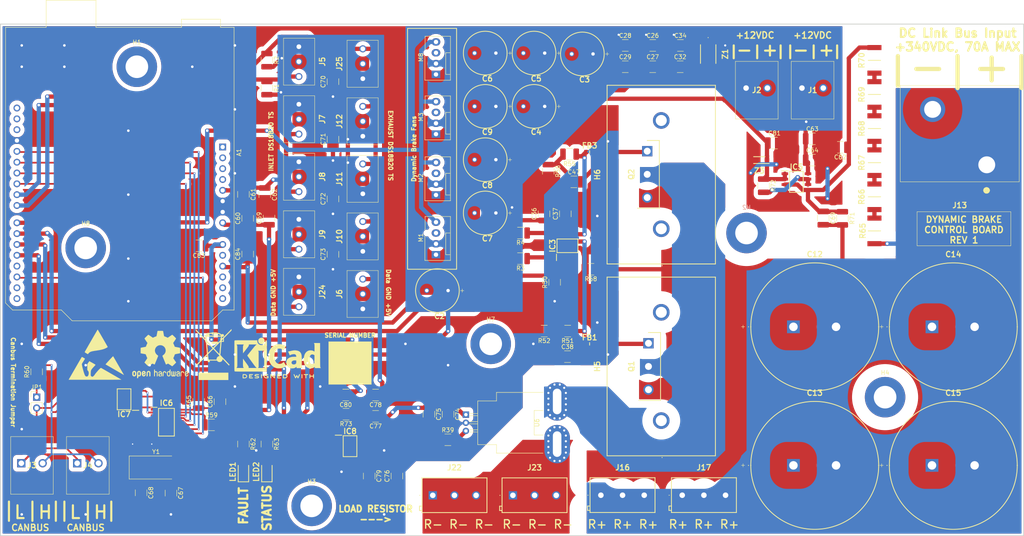
<source format=kicad_pcb>
(kicad_pcb (version 20241229) (generator "pcbnew") (generator_version "9.0")
  (layers (0 "F.Cu" signal) (2 "B.Cu" signal) (13 "F.Paste" user) (15 "B.Paste" user) (5 "F.SilkS" user "F.Silkscreen") (7 "B.SilkS" user "B.Silkscreen") (1 "F.Mask" user) (3 "B.Mask" user) (25 "Edge.Cuts" user))
  (net 0 "")
  (net 2 "CAN_INT")
  (net 5 "GND")
  (net 6 "FAN_PWM")
  (net 7 "StatusLED_0")
  (net 9 "CAN_SI")
  (net 11 "GATE_PWM")
  (net 14 "AMBIENT_TEMPSENSE_1WIRE")
  (net 15 "+5V")
  (net 16 "Arduino_CurrentSense")
  (net 17 "CAN_SO")
  (net 19 "EXHAUST_TEMPSENSE_1WIRE")
  (net 20 "CAN_CS")
  (net 24 "+12V")
  (net 26 "StatusLED_1")
  (net 28 "CAN_SCK")
  (net 30 "GNDPWR")
  (net 31 "DC_LINK_V+")
  (net 32 "Net-(C38-Pad1)")
  (net 33 "Net-(C47-Pad1)")
  (net 34 "Net-(IC6-OSC1)")
  (net 35 "Net-(IC6-OSC2)")
  (net 36 "Net-(IC5-IN1+)")
  (net 37 "Net-(IC8-IN1+)")
  (net 38 "Arduino_VInSense")
  (net 39 "Gate1")
  (net 40 "Gate2")
  (net 41 "Net-(IC3-ENBB)")
  (net 42 "Net-(IC3-ENBA)")
  (net 43 "Net-(IC6-RXCAN)")
  (net 44 "Net-(IC6-TXCAN)")
  (net 51 "Net-(IC6-~{RESET})")
  (net 54 "CanL_External")
  (net 55 "CanH_External")
  (net 57 "Net-(IC8-IN1-)")
  (net 58 "RESISTOR_RETURN")
  (net 59 "Net-(JP1-A)")
  (net 60 "Net-(LED1-A)")
  (net 61 "Net-(LED2-A)")
  (net 66 "Net-(U6-VIOUT)")
  (net 67 "Net-(R65-Pad2)")
  (net 68 "Net-(R66-Pad1)")
  (net 69 "Net-(R67-Pad2)")
  (net 70 "Net-(R68-Pad1)")
  (net 71 "Net-(R69-Pad2)")
  (net 77 "Net-(Q1-G)")
  (net 78 "Net-(Q2-G)")
  (net 80 "Net-(Q1-D)")
  (net 83 "Net-(IC5-IN2-)")
  (footprint "Capacitor_SMD:C_1210_3225Metric_Pad1.33x2.70mm_HandSolder" (layer "F.Cu") (at 116.5 146 -90)
    (property "Reference" "C79")
    (property "Value" "100nF")
  )
  (footprint "InverterCom:RESC6431X65N" (layer "F.Cu") (at 235 64.5 -90)
    (property "Reference" "R68")
    (property "Value" "RC2512JK-071ML" (hide yes))
  )
  (footprint "Capacitor_SMD:C_1210_3225Metric_Pad1.33x2.70mm_HandSolder" (layer "F.Cu") (at 183 45)
    (property "Reference" "C26")
    (property "Value" "10uF")
  )
  (footprint "Resistor_SMD:R_1210_3225Metric_Pad1.30x2.65mm_HandSolder" (layer "F.Cu") (at 209 77.9 -90)
    (property "Reference" "R72")
    (property "Value" "4.7k")
  )
  (footprint "Connector:FanPinHeader_1x04_P2.54mm_Vertical" (layer "F.Cu") (at 132.16 80.08 90)
    (property "Reference" "M2")
    (property "Value" "Fan_4pin")
  )
  (footprint "InverterCom:389690002" (layer "F.Cu") (at 261.35 73 180)
    (property "Reference" "J13")
    (property "Value" "38969-0002" (hide yes))
  )
  (footprint "Capacitor_SMD:C_1210_3225Metric_Pad1.33x2.70mm_HandSolder" (layer "F.Cu") (at 76.5 128.5 90)
    (property "Reference" "C65")
    (property "Value" "100nF")
  )
  (footprint "Capacitor_SMD:C_1210_3225Metric_Pad1.33x2.70mm_HandSolder" (layer "F.Cu") (at 189.5 45)
    (property "Reference" "C34")
    (property "Value" "100nF")
  )
  (footprint "Symbol:OSHW-Logo2_14.6x12mm_SilkScreen" (layer "F.Cu") (at 67.5 117.5)
    (property "Reference" "REF**" (hide yes))
    (property "Value" "OSHW-Logo2_14.6x12mm_SilkScreen" (hide yes))
  )
  (footprint "InverterCom:1987724" (layer "F.Cu") (at 218 55)
    (property "Reference" "J1")
    (property "Value" "1987724" (hide yes))
  )
  (footprint "InverterCom:ALH82A750CB600" (layer "F.Cu") (at 216 111)
    (property "Reference" "C12")
    (property "Value" "ALH82A750CB600" (hide yes))
  )
  (footprint "Capacitor_SMD:C_1210_3225Metric_Pad1.33x2.70mm_HandSolder" (layer "F.Cu") (at 93 85.5 90)
    (property "Reference" "C59")
    (property "Value" "10uF")
  )
  (footprint "Capacitor_SMD:C_1210_3225Metric_Pad1.33x2.70mm_HandSolder" (layer "F.Cu") (at 189.4375 50)
    (property "Reference" "C32")
    (property "Value" "100nF")
  )
  (footprint "InverterCom:67715ABPE" (layer "F.Cu") (at 185 133 90)
    (property "Reference" "H5")
    (property "Value" "677-15ABPE" (hide yes))
  )
  (footprint "InverterCom:SOIC127P600X175-8N" (layer "F.Cu") (at 59 128 180)
    (property "Reference" "IC7")
    (property "Value" "TJA1050T_CM,118" (hide yes))
  )
  (footprint "Capacitor_SMD:C_1210_3225Metric_Pad1.33x2.70mm_HandSolder" (layer "F.Cu") (at 92 80 -90)
    (property "Reference" "C62")
    (property "Value" "10uF")
  )
  (footprint "Resistor_SMD:R_1210_3225Metric_Pad1.30x2.65mm_HandSolder" (layer "F.Cu") (at 38.5 121.55 90)
    (property "Reference" "R60")
    (property "Value" "120")
  )
  (footprint "Capacitor_SMD:C_1210_3225Metric_Pad1.33x2.70mm_HandSolder" (layer "F.Cu") (at 220.4375 66.9)
    (property "Reference" "C63")
    (property "Value" "10uF")
  )
  (footprint "InverterCom:CAPPRD500W60D1025H1750" (layer "F.Cu") (at 146.21 46.8 180)
    (property "Reference" "C6")
    (property "Value" "1000uF" (hide yes))
  )
  (footprint "Resistor_SMD:R_1210_3225Metric_Pad1.30x2.65mm_HandSolder" (layer "F.Cu") (at 168.5 97.5 180)
    (property "Reference" "R58")
    (property "Value" "0")
  )
  (footprint "Connector:FanPinHeader_1x04_P2.54mm_Vertical" (layer "F.Cu") (at 132.16 65.8 90)
    (property "Reference" "M3")
    (property "Value" "Fan_4pin")
  )
  (footprint "Capacitor_SMD:C_1210_3225Metric_Pad1.33x2.70mm_HandSolder" (layer "F.Cu") (at 118 132 180)
    (property "Reference" "C77")
    (property "Value" "100nF")
  )
  (footprint "Capacitor_SMD:C_1210_3225Metric_Pad1.33x2.70mm_HandSolder" (layer "F.Cu") (at 227 68.9 180)
    (property "Reference" "C82")
    (property "Value" "100nF")
  )
  (footprint "Capacitor_SMD:C_1210_3225Metric_Pad1.33x2.70mm_HandSolder" (layer "F.Cu") (at 157.5 84.5 90)
    (property "Reference" "C36")
    (property "Value" "10uF")
  )
  (footprint "Capacitor_SMD:C_1210_3225Metric_Pad1.33x2.70mm_HandSolder" (layer "F.Cu") (at 176.5625 45)
    (property "Reference" "C28")
    (property "Value" "10uF")
  )
  (footprint "Capacitor_SMD:C_1210_3225Metric_Pad1.33x2.70mm_HandSolder" (layer "F.Cu") (at 130.5 131.5 -90)
    (property "Reference" "C75")
    (property "Value" "10uF")
  )
  (footprint "Resistor_SMD:R_1210_3225Metric_Pad1.30x2.65mm_HandSolder" (layer "F.Cu") (at 87 138.5 -90)
    (property "Reference" "R62")
    (property "Value" "220")
  )
  (footprint "Capacitor_SMD:C_1210_3225Metric_Pad1.33x2.70mm_HandSolder" (layer "F.Cu") (at 88 93.9375 90)
    (property "Reference" "C84")
    (property "Value" "100nF")
  )
  (footprint "Resistor_SMD:R_1210_3225Metric_Pad1.30x2.65mm_HandSolder" (layer "F.Cu") (at 227.5 85.55 -90)
    (property "Reference" "R71")
    (property "Value" "120k")
  )
  (footprint "Symbol:WEEE-Logo_8.4x12mm_SilkScreen" (layer "F.Cu") (at 80 117.5)
    (property "Reference" "REF**" (hide yes))
    (property "Value" "WEEE-Logo_8.4x12mm_SilkScreen" (hide yes))
  )
  (footprint "Capacitor_SMD:C_1210_3225Metric_Pad1.33x2.70mm_HandSolder" (layer "F.Cu") (at 163 118)
    (property "Reference" "C38")
    (property "Value" "1nF")
  )
  (footprint "InverterCom:1987724" (layer "F.Cu") (at 48 143)
    (property "Reference" "J4")
    (property "Value" "1987724" (hide yes))
  )
  (footprint "Capacitor_SMD:C_1210_3225Metric_Pad1.33x2.70mm_HandSolder" (layer "F.Cu") (at 108 94 90)
    (property "Reference" "C73")
    (property "Value" "10uF")
  )
  (footprint "InverterCom:SOP65P640X120-20N" (layer "F.Cu") (at 68.938 133.375)
    (property "Reference" "IC6")
    (property "Value" "MCP2515-e_ST" (hide yes))
  )
  (footprint "Resistor_SMD:R_1210_3225Metric_Pad1.30x2.65mm_HandSolder" (layer "F.Cu") (at 160 100.55 90)
    (property "Reference" "R50")
    (property "Value" "4.7k")
  )
  (footprint "InverterCom:TO544P510X1580X2540-3P" (layer "F.Cu") (at 182 114.86 -90)
    (property "Reference" "Q1")
    (property "Value" "STWA75N60M6" (hide yes))
  )
  (footprint "InverterCom:LEDC3216X120N" (layer "F.Cu") (at 87 145 90)
    (property "Reference" "LED1")
    (property "Value" "LTST-C230CKT" (hide yes))
  )
  (footprint "InverterCom:LEDC3216X120N" (layer "F.Cu") (at 92.5 145 90)
    (property "Reference" "LED2")
    (property "Value" "LTST-C230GKT" (hide yes))
  )
  (footprint "InverterCom:5442251" (layer "F.Cu") (at 100 85.8 -90)
    (property "Reference" "J9")
    (property "Value" "5442251" (hide yes))
  )
  (footprint "InverterCom:CAPPRD500W60D1025H1750" (layer "F.Cu") (at 157.66 59.3 180)
    (property "Reference" "C4")
    (property "Value" "1000uF" (hide yes))
  )
  (footprint "Resistor_SMD:R_1210_3225Metric_Pad1.30x2.65mm_HandSolder" (layer "F.Cu") (at 152 89 180)
    (property "Reference" "R4")
    (property "Value" "4.7k")
  )
  (footprint "InverterCom:ALH82A750CB600" (layer "F.Cu") (at 216 143.5)
    (property "Reference" "C13")
    (property "Value" "ALH82A750CB600" (hide yes))
  )
  (footprint "MountingHole:MountingHole_5.3mm_M5_ISO7380_Pad" (layer "F.Cu") (at 237.5 127.5)
    (property "Reference" "H4")
    (property "Value" "MountingHole_Pad")
  )
  (footprint "Capacitor_SMD:C_1210_3225Metric_Pad1.33x2.70mm_HandSolder" (layer "F.Cu") (at 223 85.5 -90)
    (property "Reference" "C69")
    (property "Value" "100nF")
  )
  (footprint "InverterCom:RESC6431X65N" (layer "F.Cu") (at 235 72.5 90)
    (property "Reference" "R67")
    (property "Value" "RC2512JK-071ML" (hide yes))
  )
  (footprint "Resistor_SMD:R_1210_3225Metric_Pad1.30x2.65mm_HandSolder" (layer "F.Cu") (at 152 95 180)
    (property "Reference" "R3")
    (property "Value" "4.7k")
  )
  (footprint "MountingHole:MountingHole_5.3mm_M5_ISO7380_Pad" (layer "F.Cu") (at 62 50)
    (property "Reference" "H1")
    (property "Value" "MountingHole_Pad")
  )
  (footprint "InverterCom:1SMB2EZ15_R1_00001" (layer "F.Cu") (at 196 47.025 -90)
    (property "Reference" "Z1")
    (property "Value" "1SMB2EZ15_R1_00001" (hide yes))
  )
  (footprint "Capacitor_SMD:C_1210_3225Metric_Pad1.33x2.70mm_HandSolder" (layer "F.Cu") (at 135 131.5 -90)
    (property "Reference" "C74")
    (property "Value" "100nF")
  )
  (footprint "Resistor_SMD:R_1210_3225Metric_Pad1.30x2.65mm_HandSolder" (layer "F.Cu") (at 92.5 48.45 -90)
    (property "Reference" "R2")
    (property "Value" "4.7k")
  )
  (footprint "InverterCom:ALH82A750CB600" (layer "F.Cu") (at 248.5 143.5)
    (property "Reference" "C15")
    (property "Value" "ALH82A750CB600" (hide yes))
  )
  (footprint "Capacitor_SMD:C_1210_3225Metric_Pad1.33x2.70mm_HandSolder" (layer "F.Cu") (at 123 146 90)
    (property "Reference" "C76")
    (property "Value" "470pF")
  )
  (footprint "InverterCom:5442251" (layer "F.Cu") (at 100 45.3 -90)
    (property "Reference" "J5")
    (property "Value" "5442251" (hide yes))
  )
  (footprint "Crystal:Crystal_SMD_7050-2Pin_7.0x5.0mm_HandSoldering" (layer "F.Cu") (at 66.5 144)
    (property "Reference" "Y1")
    (property "Value" "8MHz")
  )
  (footprint "InverterCom:1987724" (layer "F.Cu") (at 204.9 55)
    (property "Reference" "J2")
    (property "Value" "1987724" (hide yes))
  )
  (footprint "InverterCom:5442251" (layer "F.Cu") (at 115 66.3 90)
    (property "Reference" "J12")
    (property "Value" "5442251" (hide yes))
  )
  (footprint "InverterCom:5442251" (layer "F.Cu") (at 115 52.8 90)
    (property "Reference" "J25")
    (property "Value" "5442251" (hide yes))
  )
  (footprint "Connector_PinHeader_2.54mm:PinHeader_1x02_P2.54mm_Vertical" (layer "F.Cu") (at 38.5 127.5)
    (property "Reference" "JP1")
    (property "Value" "Jumper_2_Open")
  )
  (footprint "InverterCom:RESC6431X65N" (layer "F.Cu") (at 235 88.5 90)
    (property "Reference" "R65")
    (property "Value" "RC2512JK-071ML" (hide yes))
  )
  (footprint "InverterCom:SOD3716X135N" (layer "F.Cu") (at 208 71.9 180)
    (property "Reference" "Z3")
    (property "Value" "MMSZ5231B-TP" (hide yes))
  )
  (footprint "Capacitor_SMD:C_1210_3225Metric_Pad1.33x2.70mm_HandSolder" (layer "F.Cu") (at 108 67 90)
    (property "Reference" "C71")
    (property "Value" "10uF")
  )
  (footprint "InverterCom:CAPPRD500W60D1025H1750" (layer "F.Cu") (at 146.21 59.3 180)
    (property "Reference" "C9")
    (property "Value" "1000uF" (hide yes))
  )
  (footprint "Capacitor_SMD:C_1210_3225Metric_Pad1.33x2.70mm_HandSolder" (layer "F.Cu") (at 108 53.5 90)
    (property "Reference" "C70")
    (property "Value" "100nF")
  )
  (footprint "InverterCom:BEADC1608X100N" (layer "F.Cu") (at 168.2 70)
    (property "Reference" "FB3")
    (property "Value" "FBMJ1608HS220NTR" (hide yes))
  )
  (footprint "InverterCom:RESC6431X65N" (layer "F.Cu") (at 235 56.5 90)
    (property "Reference" "R69")
    (property "Value" "RC2512JK-071ML" (hide yes))
  )
  (footprint "InverterCom:5442251" (layer "F.Cu") (at 100 58.8 -90)
    (property "Reference" "J7")
    (property "Value" "5442251" (hide yes))
  )
  (footprint "InverterCom:SOIC127P600X175-8N" (layer "F.Cu") (at 216.7025 76.995)
    (property "Reference" "IC5")
    (property "Value" "LM358DR" (hide yes))
  )
  (footprint "Resistor_SMD:R_1210_3225Metric_Pad1.30x2.65mm_HandSolder" (layer "F.Cu") (at 134.95 137.5)
    (property "Reference" "R39")
    (property "Value" "4.7k")
  )
  (footprint "Resistor_SMD:R_1210_3225Metric_Pad1.30x2.65mm_HandSolder" (layer "F.Cu") (at 157.55 112 180)
    (property "Reference" "R52")
    (property "Value" "1")
  )
  (footprint "InverterCom:5442251" (layer "F.Cu") (at 100 99.3 -90)
    (property "Reference" "J24")
    (property "Value" "5442251" (hide yes))
  )
  (footprint "InverterCom:CAPPRD500W60D1025H1750" (layer "F.Cu") (at 157.66 46.8 180)
    (property "Reference" "C5")
    (property "Value" "1000uF" (hide yes))
  )
  (footprint "InverterCom:5442251" (layer "F.Cu") (at 115 106.8 90)
    (property "Reference" "J6")
    (property "Value" "5442251" (hide yes))
  )
  (footprint "Capacitor_SMD:C_1210_3225Metric_Pad1.33x2.70mm_HandSolder" (layer "F.Cu") (at 220.4375 71.9)
    (property "Reference" "C64")
    (property "Value" "100nF")
  )
  (footprint "InverterCom:CAPPRD500W60D1025H1750" (layer "F.Cu") (at 146.21 71.8 180)
    (property "Reference" "C8")
    (property "Value" "1000uF" (hide yes))
  )
  (footprint "InverterCom:Arduino_UNO_R3_ModifiedCourtyard" (layer "F.Cu") (at 82.13 68.825 -90)
    (property "Reference" "A1")
    (property "Value" "Arduino_UNO_R3")
  )
  (footprint "Capacitor_SMD:C_1210_3225Metric_Pad1.33x2.70mm_HandSolder" (layer "F.Cu") (at 211.5625 67.9)
    (property "Reference" "C81")
    (property "Value" "100nF")
  )
  (footprint "Symbol:ESD-Logo_13.2x12mm_SilkScreen" (layer "F.Cu") (at 52.5 117.5)
    (property "Reference" "REF**" (hide yes))
    (property "Value" "ESD-Logo_13.2x12mm_SilkScreen" (hide yes))
  )
  (footprint "Resistor_SMD:R_1210_3225Metric_Pad1.30x2.65mm_HandSolder" (layer "F.Cu") (at 79.5 134)
    (property "Reference" "R59")
    (property "Value" "4.7k")
  )
  (footprint "MountingHole:MountingHole_5.3mm_M5_ISO7380_Pad" (layer "F.Cu") (at 205 89)
    (property "Reference" "H2")
    (property "Value" "MountingHole_Pad")
  )
  (footprint "InverterCom:5442251" (layer "F.Cu") (at 100 72.3 -90)
    (property "Reference" "J8")
    (property "Value" "5442251" (hide yes))
  )
  (footprint "Capacitor_SMD:C_1210_3225Metric_Pad1.33x2.70mm_HandSolder" (layer "F.Cu") (at 87 79.9375 -90)
    (property "Reference" "C61")
    (property "Value" "100nF")
  )
  (footprint "Resistor_SMD:R_1210_3225Metric_Pad1.30x2.65mm_HandSolder" (layer "F.Cu") (at 163.5 70.5 180)
    (property "Reference" "R55")
    (property "Value" "10k")
  )
  (footprint "Resistor_SMD:R_1210_3225Metric_Pad1.30x2.65mm_HandSolder" (layer "F.Cu") (at 111.0625 131.5 180)
    (property "Reference" "R73")
    (property "Value" "4.7k")
  )
  (footprint "Capacitor_SMD:C_1210_3225Metric_Pad1.33x2.70mm_HandSolder" (layer "F.Cu") (at 176.5625 50)
    (property "Reference" "C29")
    (property "Value" "10uF")
  )
  (footprint "Capacitor_SMD:C_1210_3225Metric_Pad1.33x2.70mm_HandSolder" (layer "F.Cu") (at 76.5625 92 180)
    (property "Reference" "C83")
    (property "Value" "100nF")
  )
  (footprint "Connector:FanPinHeader_1x04_P2.54mm_Vertical" (layer "F.Cu") (at 132.16 51.8 90)
    (property "Reference" "M8")
    (property "Value" "Fan_4pin")
  )
  (footprint "InverterCom:5442251" (layer "F.Cu") (at 115 93.3 90)
    (property "Reference" "J10")
    (property "Value" "5442251" (hide yes))
  )
  (footprint "InverterCom:1548129" (layer "F.Cu") (at 131.41 150.525)
    (property "Reference" "J22")
    (property "Value" "1548129" (hide yes))
  )
  (footprint "InverterCom:CAPPRD500W60D1025H1750" (layer "F.Cu") (at 169 47 180)
    (property "Reference" "C3")
    (property "Value" "1000uF" (hide yes))
  )
  (footprint "Resistor_SMD:R_1210_3225Metric_Pad1.30x2.65mm_HandSolder" (layer "F.Cu") (at 92.5 55 -90)
    (property "Reference" "R1")
    (property "Value" "4.7k")
  )
  (footprint "InverterCom:ALH82A750CB600" (layer "F.Cu") (at 248.5 111)
    (property "Reference" "C14")
    (property "Value" "ALH82A750CB600" (hide yes))
  )
  (footprint "MountingHole:MountingHole_5.3mm_M5_ISO7380_Pad" (layer "F.Cu") (at 50 92.5)
    (property "Reference" "H8")
    (property "Value" "MountingHole_Pad")
  )
  (footprint "InverterCom:RESC6431X65N" (layer "F.Cu") (at 235 80.5 -90)
    (property "Reference" "R66")
    (property "Value" "RC2512JK-071ML" (hide yes))
  )
  (footprint "Capacitor_SMD:C_1210_3225Metric_Pad1.33x2.70mm_HandSolder" (layer "F.Cu") (at 162.5 84.5 90)
    (property "Reference" "C37")
    (property "Value" "100nF")
  )
  (footprint "InverterCom:5442251" (layer "F.Cu") (at 115 79.8 90)
    (property "Reference" "J11")
    (property "Value" "5442251" (hide yes))
  )
  (footprint "Capacitor_SMD:C_1210_3225Metric_Pad1.33x2.70mm_HandSolder" (layer "F.Cu") (at 81.5 128.5625 90)
    (property "Reference" "C66")
    (property "Value" "10uF")
  )
  (footprint "Capacitor_SMD:C_1210_3225Metric_Pad1.33x2.70mm_HandSolder" (layer "F.Cu") (at 183 50)
    (property "Reference" "C27")
    (property "Value" "10uF")
  )
  (footprint "InverterCom:1987724" (layer "F.Cu") (at 34.9 143)
    (property "Reference" "J3")
    (property "Value" "1987724" (hide yes))
  )
  (footprint "Capacitor_SMD:C_1210_3225Metric_Pad1.33x2.70mm_HandSolder" (layer "F.Cu") (at 108 81 90)
    (property "Reference" "C72")
    (property "Value" "100nF")
  )
  (footprint "Resistor_SMD:R_1210_3225Metric_Pad1.30x2.65mm_HandSolder" (layer "F.Cu") (at 92.5 138.5 -90)
    (property "Reference" "R63")
    (property "Value" "220")
  )
  (footprint "Capacitor_SMD:C_1210_3225Metric_Pad1.33x2.70mm_HandSolder" (layer "F.Cu") (at 118 127 180)
    (property "Reference" "C78")
    (property "Value" "10uF")
  )
  (footprint "Capacitor_SMD:C_1210_3225Metric_Pad1.33x2.70mm_HandSolder" (layer "F.Cu") (at 164.5 77)
    (property "Reference" "C47")
    (property "Value" "1nF")
  )
  (footprint "InverterCom:1548129" (layer "F.Cu") (at 150.205 150.525)
    (property "Reference" "J23")
    (property "Value" "1548129" (hide yes))
  )
  (footprint "InverterCom:RESC6431X65N" (layer "F.Cu") (at 235 48.5 -90)
    (property "Reference" "R70")
    (property "Value" "RC2512JK-071ML" (hide yes))
  )
  (footprint "Capacitor_SMD:C_1210_3225Metric_Pad1.33x2.70mm_HandSolder" (layer "F.Cu") (at 111 127 180)
    (property "Reference" "C80")
    (property "Value" "100nF")
  )
  (footprint "MountingHole:MountingHole_5.3mm_M5_ISO7380_Pad" (layer "F.Cu") (at 145 115)
    (property "Reference" "H7")
    (property "Value" "MountingHole_Pad")
  )
  (footprint "InverterCom:CAPPRD500W60D1025H1750" (layer "F.Cu") (at 135 102.5 180)
    (property "Reference" "C2")
    (property "Value" "1000uF" (hide yes))
  )
  (footprint "InverterCom:1548129" (layer "F.Cu") (at 189.92 150.5)
    (property "Reference" "J17")
    (property "Value" "1548129" (hide yes))
  )
  (footprint "Capacitor_SMD:C_1210_3225Metric_Pad1.33x2.70mm_HandSolder" (layer "F.Cu") (at 70 150 -90)
    (property "Reference" "C67")
    (property "Value" "22pF")
  )
  (footprint "Capacitor_SMD:C_1210_3225Metric_Pad1.33x2.70mm_HandSolder" (layer "F.Cu") (at 63 149.9375 -90)
    (property "Reference" "C68")
    (property "Value" "22pF")
  )
  (footprint "InverterCom:TO544P510X1580X2540-3P" (layer "F.Cu") (at 181.71 69.8 -90)
    (property "Reference" "Q2")
    (property "Value" "STWA75N60M6" (hide yes))
  )
  (footprint "Resistor_SMD:R_1210_3225Metric_Pad1.30x2.65mm_HandSolder" (layer "F.Cu") (at 158.5 74.5 -90)
    (property "Reference" "R56")
    (property "Value" "1")
  )
  (footprint "Resistor_SMD:R_1210_3225Metric_Pad1.30x2.65mm_HandSolder" (layer "F.Cu") (at 163.05 112 180)
    (property "Reference" "R51")
    (property "Value" "10k")
  )
  (footprint "InverterCom:67715ABPE" (layer "F.Cu") (at 185 88 90)
    (property "Reference" "H6")
    (property "Value" "677-15ABPE" (hide yes))
  )
  (footprint "Connector:FanPinHeader_1x04_P2.54mm_Vertical" (layer "F.Cu") (at 132.16 94.08 90)
    (property "Reference" "M1")
    (property "Value" "Fan_4pin")
  )
  (footprint "InverterCom:SOIC127P600X175-8N" (layer "F.Cu") (at 163 92 90)
    (property "Reference" "IC3")
    (property "Value" "UCC27424QDRQ1" (hide yes))
  )
  (footprint "Symbol:KiCad-Logo2_8mm_SilkScreen" (layer "F.Cu") (at 95 117.5)
    (property "Reference" "REF**" (hide yes))
    (property "Value" "KiCad-Logo2_8mm_SilkScreen" (hide yes))
  )
  (footprint "MountingHole:MountingHole_5.3mm_M5_ISO7380_Pad" (layer "F.Cu") (at 103 153)
    (property "Reference" "H3")
    (property "Value" "MountingHole_Pad")
  )
  (footprint "InverterCom:BEADC1608X100N" (layer "F.Cu") (at 168.2 115)
    (property "Reference" "FB1")
    (property "Value" "FBMJ1608HS220NTR" (hide yes))
  )
  (footprint "Capacitor_SMD:C_1210_3225Metric_Pad1.33x2.70mm_HandSolder" (layer "F.Cu") (at 88 85.5625 90)
    (property "Reference" "C60")
    (property "Value" "100nF")
  )
  (footprint "InverterCom:1548129" (layer "F.Cu") (at 170.84 150.5)
    (property "Reference" "J16")
    (property "Value" "1548129" (hide yes))
  )
  (footprint "InverterCom:SOIC127P600X175-8N" (layer "F.Cu") (at 112 139)
    (property "Reference" "IC8")
    (property "Value" "LM358DR" (hide yes))
  )
  (footprint "Sensor_Current:Allegro_CB_PFF" (layer "F.Cu") (at 139.175 131.6 -90)
    (property "Reference" "U6")
    (property "Value" "ACS758xCB-200U-PFF")
  )
  (footprint "InverterCom:CAPPRD500W60D1025H1750" (layer "F.Cu") (at 146.21 84.3 180)
    (property "Reference" "C7")
    (property "Value" "1000uF" (hide yes))
  )
  (gr_line (start 207.5 45) (end 207.5 48) (stroke (width 0.5)) (layer "F.SilkS"))
  (gr_line (start 202 45) (end 202 48) (stroke (width 0.5)) (layer "F.SilkS"))
  (gr_line (start 37.5 152) (end 37.5 156.5) (stroke (width 0.5)) (layer "F.SilkS"))
  (gr_line (start 50.5 152) (end 50.5 156.5) (stroke (width 0.5)) (layer "F.SilkS"))
  (gr_line (start 215.25 45) (end 215.25 48) (stroke (width 0.5)) (layer "F.SilkS"))
  (gr_line (start 45 152) (end 45 156.5) (stroke (width 0.5)) (layer "F.SilkS"))
  (gr_line (start 220.75 45) (end 220.75 48) (stroke (width 0.5)) (layer "F.SilkS"))
  (gr_line (start 269.5 47.5) (end 269.5 55) (stroke (width 1)) (layer "F.SilkS"))
  (gr_line (start 43 152) (end 43 156.5) (stroke (width 0.5)) (layer "F.SilkS"))
  (gr_line (start 254.5 47.5) (end 254.5 55) (stroke (width 1)) (layer "F.SilkS"))
  (gr_line (start 56 152) (end 56 156.5) (stroke (width 0.5)) (layer "F.SilkS"))
  (gr_rect (start 107 114.5) (end 117 124.5) (stroke (width 0.1)) (fill yes) (layer "F.SilkS"))
  (gr_line (start 213 45) (end 213 48) (stroke (width 0.5)) (layer "F.SilkS"))
  (gr_line (start 240.5 47.5) (end 240.5 54.4) (stroke (width 1)) (layer "F.SilkS"))
  (gr_line (start 226.25 45) (end 226.25 48) (stroke (width 0.5)) (layer "F.SilkS"))
  (gr_line (start 32 152) (end 32 156.5) (stroke (width 0.5)) (layer "F.SilkS"))
  (gr_rect (start 30 40) (end 270 160) (stroke (width 0.2)) (fill no) (layer "Edge.Cuts"))
  (gr_text "SERIAL NUMBER" (at 112 113 0) (layer "F.SilkS") (effects (font (size 1 1) (thickness 0.25) (bold yes))))
  (gr_text "CANBUS" (at 50 159 0) (layer "F.SilkS") (effects (font (size 1.5 1.5) (thickness 0.3) (bold yes)) (justify bottom)))
  (gr_text "Data GND +5V" (at 94 103 90) (layer "F.SilkS") (effects (font (size 1 1) (thickness 0.25) (bold yes))))
  (gr_text "-\n" (at 247.5 50 0) (layer "F.SilkS") (effects (font (size 7 7) (thickness 1))))
  (gr_text "R+ R+ R+" (at 195 158.5 0) (layer "F.SilkS") (effects (font (size 2 2) (thickness 0.3) (bold yes)) (justify bottom)))
  (gr_text "R- R- R-" (at 137.5 158.5 0) (layer "F.SilkS") (effects (font (size 2 2) (thickness 0.3) (bold yes)) (justify bottom)))
  (gr_text "L" (at 47.5 154.5 0) (layer "F.SilkS") (effects (font (size 3 3) (thickness 0.5) (bold yes))))
  (gr_text "CANBUS" (at 37 159 0) (layer "F.SilkS") (effects (font (size 1.5 1.5) (thickness 0.3) (bold yes)) (justify bottom)))
  (gr_text "+" (at 210.5 46 0) (layer "F.SilkS") (effects (font (size 3 3) (thickness 0.5) (bold yes))))
  (gr_text "+12VDC" (at 220.5 43.5 0) (layer "F.SilkS") (effects (font (size 1.5 1.5) (thickness 0.3) (bold yes)) (justify bottom)))
  (gr_text "R+ R+ R+" (at 176 158.5 0) (layer "F.SilkS") (effects (font (size 2 2) (thickness 0.3) (bold yes)) (justify bottom)))
  (gr_text "FAULT" (at 87 153 90) (layer "F.SilkS") (effects (font (size 2 2) (thickness 0.5) (bold yes))))
  (gr_text "+12VDC" (at 207 43.5 0) (layer "F.SilkS") (effects (font (size 1.5 1.5) (thickness 0.3) (bold yes)) (justify bottom)))
  (gr_text "STATUS" (at 92.5 153.5 90) (layer "F.SilkS") (effects (font (size 2 2) (thickness 0.5) (bold yes))))
  (gr_text "H" (at 40.5 154.5 0) (layer "F.SilkS") (effects (font (size 3 3) (thickness 0.5) (bold yes))))
  (gr_text "EXHAUST DS18B20 TS" (at 121.5 68.5 270) (layer "F.SilkS") (effects (font (size 1 1) (thickness 0.25) (bold yes))))
  (gr_text "Canbus Termination Jumper" (at 33 124 270) (layer "F.SilkS") (effects (font (size 1 1) (thickness 0.25) (bold yes))))
  (gr_text "DC Link Bus Input\n+340VDC, 70A MAX" (at 254.5 46.5 0) (layer "F.SilkS") (effects (font (size 2 2) (thickness 0.5) (bold yes)) (justify bottom)))
  (gr_text "H" (at 53.5 154.5 0) (layer "F.SilkS") (effects (font (size 3 3) (thickness 0.5) (bold yes))))
  (gr_text "Data GND +5V" (at 121 103 270) (layer "F.SilkS") (effects (font (size 1 1) (thickness 0.25) (bold yes))))
  (gr_text "L" (at 34.5 154.5 0) (layer "F.SilkS") (effects (font (size 3 3) (thickness 0.5) (bold yes))))
  (gr_text "LOAD RESISTOR\n--->" (at 118 157 0) (layer "F.SilkS") (effects (font (size 1.5 1.5) (thickness 0.375) (bold yes)) (justify bottom)))
  (gr_text "+" (at 223.75 46 0) (layer "F.SilkS") (effects (font (size 3 3) (thickness 0.5) (bold yes))))
  (gr_text "-\n" (at 204.5 46 0) (layer "F.SilkS") (effects (font (size 3 3) (thickness 0.5) (bold yes))))
  (gr_text "-\n" (at 217.75 46 0) (layer "F.SilkS") (effects (font (size 3 3) (thickness 0.5) (bold yes))))
  (gr_text "+" (at 262.5 50 0) (layer "F.SilkS") (effects (font (size 7 7) (thickness 1))))
  (gr_text "R- R- R-" (at 156 158.5 0) (layer "F.SilkS") (effects (font (size 2 2) (thickness 0.3) (bold yes)) (justify bottom)))
  (gr_text "INLET DS18B20 TS" (at 93.5 67.5 90) (layer "F.SilkS") (effects (font (size 1 1) (thickness 0.25) (bold yes))))
  (gr_text_box "Dynamic Brake Fans" (start 125.5 41) (end 137 97.5) (margins 1.0025 1.0025 1.0025 1.0025) (angle 90) (layer "F.SilkS") (effects (font (size 1 1) (thickness 0.25) (bold yes)) (justify top)) (border yes) (stroke (width 0.2)))
  (gr_text_box "DYNAMIC BRAKE CONTROL BOARD\nREV 1" (start 245 84) (end 267 92) (margins 1.0025 1.0025 1.0025 1.0025) (layer "F.SilkS") (effects (font (size 1.5 1.5) (thickness 0.3) (bold yes)) (justify top)) (border yes) (stroke (width 0.1)))
  (segment (start 71.876 135) (end 73 135) (width 0.4) (layer "F.Cu") (net 2))
  (segment (start 73 135) (end 74 136) (width 0.4) (layer "F.Cu") (net 2))
  (segment (start 77.5 99.5) (end 34.065 99.5) (width 0.4) (layer "F.Cu") (net 2))
  (segment (start 34.065 99.5) (end 33.87 99.305) (width 0.4) (layer "F.Cu") (net 2))
  (segment (start 74 136) (end 77.5 136) (width 0.4) (layer "F.Cu") (net 2))
  (via (at 77.5 99.5) (size 0.5) (drill 0.3) (layers "F.Cu" "B.Cu") (net 2))
  (via (at 77.5 136) (size 0.5) (drill 0.3) (layers "F.Cu" "B.Cu") (net 2))
  (segment (start 77.5 111.5) (end 77.5 99.5) (width 0.4) (layer "B.Cu") (net 2))
  (segment (start 77.5 123) (end 77.5 111.5) (width 0.4) (layer "B.Cu") (net 2))
  (segment (start 77.5 136) (end 77.5 123) (width 0.4) (layer "B.Cu") (net 2))
  (segment (start 225 72.9) (end 224 73.9) (width 1) (layer "F.Cu") (net 5))
  (segment (start 59.635 128.635) (end 59.5 128.5) (width 0.4) (layer "F.Cu") (net 5))
  (segment (start 164 92.5) (end 166 92.5) (width 1) (layer "F.Cu") (net 5))
  (segment (start 206 74.9) (end 206 76.9) (width 1) (layer "F.Cu") (net 5))
  (segment (start 163.635 94.711) (end 163.635 92.865) (width 1) (layer "F.Cu") (net 5))
  (segment (start 66 136.3) (end 66 137.5) (width 0.4) (layer "F.Cu") (net 5))
  (segment (start 61.711 128.635) (end 59.635 128.635) (width 0.4) (layer "F.Cu") (net 5))
  (segment (start 166.95 93.45) (end 166.95 97.5) (width 1) (layer "F.Cu") (net 5))
  (segment (start 213 71.9) (end 212 72.9) (width 1) (layer "F.Cu") (net 5))
  (segment (start 166 92.5) (end 166.95 93.45) (width 1) (layer "F.Cu") (net 5))
  (segment (start 224 80.9) (end 226 80.9) (width 1) (layer "F.Cu") (net 5))
  (segment (start 163.635 92.865) (end 164 92.5) (width 1) (layer "F.Cu") (net 5))
  (via (at 65 120) (size 1) (drill 0.6) (layers "F.Cu" "B.Cu") (net 5))
  (via (at 61 138.5) (size 0.5) (drill 0.3) (layers "F.Cu" "B.Cu") (net 5))
  (via (at 75 50) (size 1) (drill 0.6) (layers "F.Cu" "B.Cu") (net 5))
  (via (at 120 140) (size 1) (drill 0.6) (layers "F.Cu" "B.Cu") (net 5))
  (via (at 135 120) (size 1) (drill 0.6) (layers "F.Cu" "B.Cu") (net 5))
  (via (at 60 65) (size 1) (drill 0.6) (layers "F.Cu" "B.Cu") (net 5))
  (via (at 60 95) (size 1) (drill 0.6) (layers "F.Cu" "B.Cu") (net 5))
  (via (at 224 73.9) (size 1) (drill 0.5) (layers "F.Cu" "B.Cu") (net 5))
  (via (at 50 120) (size 1) (drill 0.6) (layers "F.Cu" "B.Cu") (net 5))
  (via (at 172.5 67.5) (size 1) (drill 0.6) (layers "F.Cu" "B.Cu") (net 5))
  (via (at 45 45) (size 1) (drill 0.6) (layers "F.Cu" "B.Cu") (net 5))
  (via (at 60 80) (size 1) (drill 0.6) (layers "F.Cu" "B.Cu") (net 5))
  (via (at 50 155) (size 1) (drill 0.6) (layers "F.Cu" "B.Cu") (net 5))
  (via (at 65.5 138.5) (size 0.5) (drill 0.3) (layers "F.Cu" "B.Cu") (net 5))
  (via (at 85 125) (size 1) (drill 0.6) (layers "F.Cu" "B.Cu") (net 5))
  (via (at 172.5 117.5) (size 1) (drill 0.6) (layers "F.Cu" "B.Cu") (net 5))
  (via (at 45 50) (size 1) (drill 0.6) (layers "F.Cu" "B.Cu") (net 5))
  (via (at 60 105) (size 1) (drill 0.6) (layers "F.Cu" "B.Cu") (net 5))
  (via (at 90 140) (size 1) (drill 0.6) (layers "F.Cu" "B.Cu") (net 5))
  (via (at 212 72.9) (size 1) (drill 0.5) (layers "F.Cu" "B.Cu") (net 5))
  (via (at 70 155) (size 1) (drill 0.6) (layers "F.Cu" "B.Cu") (net 5))
  (via (at 35 50) (size 1) (drill 0.6) (layers "F.Cu" "B.Cu") (net 5))
  (via (at 170 110) (size 1) (drill 0.6) (layers "F.Cu" "B.Cu") (net 5))
  (via (at 125 115) (size 1) (drill 0.6) (layers "F.Cu" "B.Cu") (net 5))
  (via (at 85 60) (size 1) (drill 0.6) (layers "F.Cu" "B.Cu") (net 5))
  (via (at 85 45) (size 1) (drill 0.6) (layers "F.Cu" "B.Cu") (net 5))
  (via (at 155 115) (size 1) (drill 0.6) (layers "F.Cu" "B.Cu") (net 5))
  (via (at 160 105) (size 1) (drill 0.6) (layers "F.Cu" "B.Cu") (net 5))
  (via (at 224 80.9) (size 1) (drill 0.5) (layers "F.Cu" "B.Cu") (net 5))
  (via (at 35 135) (size 1) (drill 0.6) (layers "F.Cu" "B.Cu") (net 5))
  (via (at 35 155) (size 1) (drill 0.6) (layers "F.Cu" "B.Cu") (net 5))
  (via (at 85 117.5) (size 1) (drill 0.6) (layers "F.Cu" "B.Cu") (net 5))
  (via (at 170 85) (size 1) (drill 0.6) (layers "F.Cu" "B.Cu") (net 5))
  (via (at 120 155) (size 1) (drill 0.6) (layers "F.Cu" "B.Cu") (net 5))
  (via (at 35 115) (size 1) (drill 0.6) (layers "F.Cu" "B.Cu") (net 5))
  (via (at 105 125) (size 1) (drill 0.6) (layers "F.Cu" "B.Cu") (net 5))
  (via (at 110 145) (size 1) (drill 0.6) (layers "F.Cu" "B.Cu") (net 5))
  (via (at 85 75) (size 1) (drill 0.6) (layers "F.Cu" "B.Cu") (net 5))
  (via (at 206 74.9) (size 1) (drill 0.5) (layers "F.Cu" "B.Cu") (net 5))
  (via (at 35 45) (size 1) (drill 0.6) (layers "F.Cu" "B.Cu") (net 5))
  (segment (start 65.5 138.5) (end 61 138.5) (width 0.4) (layer "B.Cu") (net 5))
  (segment (start 212 72.9) (end 208 72.9) (width 1) (layer "B.Cu") (net 5))
  (segment (start 208 72.9) (end 206 74.9) (width 1) (layer "B.Cu") (net 5))
  (segment (start 224 73.9) (end 224 80.9) (width 1) (layer "B.Cu") (net 5))
  (segment (start 33.87 86.605) (end 44.1325 86.605) (width 1) (layer "F.Cu") (net 6))
  (segment (start 56.5 86.5) (end 78.5 86.5) (width 1) (layer "F.Cu") (net 6))
  (segment (start 55 85) (end 56.5 86.5) (width 1) (layer "F.Cu") (net 6))
  (segment (start 78.5 65) (end 92.5 65) (width 1) (layer "F.Cu") (net 6))
  (segment (start 45.7375 85) (end 55 85) (width 1) (layer "F.Cu") (net 6))
  (segment (start 44.1325 86.605) (end 45.7375 85) (width 1) (layer "F.Cu") (net 6))
  (via (at 92.5 65) (size 1) (drill 0.6) (layers "F.Cu" "B.Cu") (net 6))
  (via (at 78.5 86.5) (size 1) (drill 0.6) (layers "F.Cu" "B.Cu") (net 6))
  (via (at 78.5 65) (size 1) (drill 0.6) (layers "F.Cu" "B.Cu") (net 6))
  (segment (start 130.700108 44.18) (end 132.16 44.18) (width 1) (layer "B.Cu") (net 6))
  (segment (start 128.699 82.999) (end 132.16 86.46) (width 1) (layer "B.Cu") (net 6))
  (segment (start 129.159 72.46) (end 128.699 72) (width 1) (layer "B.Cu") (net 6))
  (segment (start 128.699 72) (end 128.699 82.999) (width 1) (layer "B.Cu") (net 6))
  (segment (start 97.5 69.5) (end 128.699 69.5) (width 1) (layer "B.Cu") (net 6))
  (segment (start 93 65) (end 97.5 69.5) (width 1) (layer "B.Cu") (net 6))
  (segment (start 132.16 58.18) (end 128.879 58.18) (width 1) (layer "B.Cu") (net 6))
  (segment (start 128.699 69.5) (end 128.699 72) (width 1) (layer "B.Cu") (net 6))
  (segment (start 128.879 58.18) (end 128.699 58) (width 1) (layer "B.Cu") (net 6))
  (segment (start 132.16 72.46) (end 129.159 72.46) (width 1) (layer "B.Cu") (net 6))
  (segment (start 128.699 58) (end 128.699 46.181108) (width 1) (layer "B.Cu") (net 6))
  (segment (start 128.699 69.5) (end 128.699 58) (width 1) (layer "B.Cu") (net 6))
  (segment (start 78.5 86.5) (end 78.5 65) (width 1) (layer "B.Cu") (net 6))
  (segment (start 128.699 46.181108) (end 130.700108 44.18) (width 1) (layer "B.Cu") (net 6))
  (segment (start 92.5 65) (end 93 65) (width 1) (layer "B.Cu") (net 6))
  (segment (start 38.725 94.225) (end 39 94.5) (width 1) (layer "F.Cu") (net 7))
  (segment (start 96.372018 121) (end 75.5 121) (width 1) (layer "F.Cu") (net 7))
  (segment (start 75.5 121) (end 69.5 115) (width 1) (layer "F.Cu") (net 7))
  (segment (start 96.5 132.5) (end 95 134) (width 1) (layer "F.Cu") (net 7))
  (segment (start 95 134) (end 89.95 134) (width 1) (layer "F.Cu") (net 7))
  (segment (start 69.5 115) (end 39 115) (width 1) (layer "F.Cu") (net 7))
  (segment (start 33.87 94.225) (end 38.725 94.225) (width 1) (layer "F.Cu") (net 7))
  (segment (start 96.5 130) (end 96.5 132.5) (width 1) (layer "F.Cu") (net 7))
  (segment (start 96.5 120.872018) (end 96.372018 121) (width 1) (layer "F.Cu") (net 7))
  (segment (start 89.95 134) (end 87 136.95) (width 1) (layer "F.Cu") (net 7))
  (via (at 96.5 120.872018) (size 1) (drill 0.5) (layers "F.Cu" "B.Cu") (net 7))
  (via (at 39 94.5) (size 1) (drill 0.5) (layers "F.Cu" "B.Cu") (net 7))
  (via (at 96.5 130) (size 1) (drill 0.5) (layers "F.Cu" "B.Cu") (net 7))
  (via (at 39 115) (size 1) (drill 0.5) (layers "F.Cu" "B.Cu") (net 7))
  (segment (start 39 94.5) (end 39 115) (width 1) (layer "B.Cu") (net 7))
  (segment (start 96.5 120.872018) (end 96.5 130) (width 1) (layer "B.Cu") (net 7))
  (segment (start 72.779404 133.05) (end 73.729404 134) (width 0.4) (layer "F.Cu") (net 9))
  (segment (start 71.876 133.05) (end 72.779404 133.05) (width 0.4) (layer "F.Cu") (net 9))
  (segment (start 73.729404 134) (end 75.5 134) (width 0.4) (layer "F.Cu") (net 9))
  (segment (start 33.945 75) (end 33.87 74.925) (width 0.4) (layer "F.Cu") (net 9))
  (segment (start 75.5 75) (end 33.945 75) (width 0.4) (layer "F.Cu") (net 9))
  (via (at 75.5 75) (size 0.5) (drill 0.3) (layers "F.Cu" "B.Cu") (net 9))
  (via (at 75.5 134) (size 0.5) (drill 0.3) (layers "F.Cu" "B.Cu") (net 9))
  (segment (start 75.5 134) (end 75.5 123) (width 0.4) (layer "B.Cu") (net 9))
  (segment (start 75.5 123) (end 75.5 91) (width 0.4) (layer "B.Cu") (net 9))
  (segment (start 75.5 91) (end 75.5 75) (width 0.4) (layer "B.Cu") (net 9))
  (segment (start 141 107) (end 128 107) (width 1) (layer "F.Cu") (net 11))
  (segment (start 89 112) (end 42 112) (width 1) (layer "F.Cu") (net 11))
  (segment (start 164.905 97.095) (end 164 98) (width 1) (layer "F.Cu") (net 11))
  (segment (start 146 99) (end 144 101) (width 1) (layer "F.Cu") (net 11))
  (segment (start 144 104) (end 141 107) (width 1) (layer "F.Cu") (net 11))
  (segment (start 40.855 89.145) (end 41 89) (width 1) (layer "F.Cu") (net 11))
  (segment (start 164 98) (end 163 99) (width 1) (layer "F.Cu") (net 11))
  (segment (start 164.905 94.711) (end 164.905 97.095) (width 1) (layer "F.Cu") (net 11))
  (segment (start 162.365 94.711) (end 162.365 98.635) (width 1) (layer "F.Cu") (net 11))
  (segment (start 163 99) (end 162 99) (width 1) (layer "F.Cu") (net 11))
  (segment (start 144 101) (end 144 102) (width 1) (layer "F.Cu") (net 11))
  (segment (start 162.365 98.635) (end 162 99) (width 1) (layer "F.Cu") (net 11))
  (segment (start 33.87 89.145) (end 40.855 89.145) (width 1) (layer "F.Cu") (net 11))
  (segment (start 144 102) (end 144 104) (width 1) (layer "F.Cu") (net 11))
  (segment (start 123 112) (end 89 112) (width 1) (layer "F.Cu") (net 11))
  (segment (start 128 107) (end 123 112) (width 1) (layer "F.Cu") (net 11))
  (segment (start 162 99) (end 146 99) (width 1) (layer "F.Cu") (net 11))
  (via (at 42 112) (size 1) (drill 0.6) (layers "F.Cu" "B.Cu") (net 11))
  (via (at 41 89) (size 1) (drill 0.6) (layers "F.Cu" "B.Cu") (net 11))
  (segment (start 42 90) (end 41 89) (width 1) (layer "B.Cu") (net 11))
  (segment (start 42 112) (end 42 90) (width 1) (layer "B.Cu") (net 11))
  (segment (start 97 53) (end 98 54) (width 1) (layer "F.Cu") (net 14))
  (segment (start 98.2 65.8) (end 97 67) (width 1) (layer "F.Cu") (net 14))
  (segment (start 97.7 79.3) (end 97 80) (width 1) (layer "F.Cu") (net 14))
  (segment (start 100 92.8) (end 97.2 92.8) (width 1) (layer "F.Cu") (net 14))
  (segment (start 97.7 52.3) (end 97 53) (width 1) (layer "F.Cu") (net 14))
  (segment (start 98 57) (end 97 58) (width 1) (layer "F.Cu") (net 14))
  (segment (start 100 79.3) (end 97.7 79.3) (width 1) (layer "F.Cu") (net 14))
  (segment (start 97.7 106.3) (end 100 106.3) (width 1) (layer "F.Cu") (net 14))
  (segment (start 100 65.8) (end 98.2 65.8) (width 1) (layer "F.Cu") (net 14))
  (segment (start 89 53) (end 83 59) (width 1) (layer "F.Cu") (net 14))
  (segment (start 83 59) (end 39 59) (width 1) (layer "F.Cu") (net 14))
  (segment (start 97 58) (end 97 107) (width 1) (layer "F.Cu") (net 14))
  (segment (start 97.2 92.8) (end 97 93) (width 1) (layer "F.Cu") (net 14))
  (segment (start 97 53) (end 89 53) (width 1) (layer "F.Cu") (net 14))
  (segment (start 97 107) (end 97.7 106.3) (width 1) (layer "F.Cu") (net 14))
  (segment (start 98 54) (end 98 57) (width 1) (layer "F.Cu") (net 14))
  (segment (start 100 52.3) (end 97.7 52.3) (width 1) (layer "F.Cu") (net 14))
  (via (at 39 59) (size 1) (drill 0.6) (layers "F.Cu" "B.Cu") (net 14))
  (segment (start 39 59) (end 39 77) (width 1) (layer "B.Cu") (net 14))
  (segment (start 39 77) (end 35.995 80.005) (width 1) (layer "B.Cu") (net 14))
  (segment (start 35.995 80.005) (end 33.87 80.005) (width 1) (layer "B.Cu") (net 14))
  (segment (start 76.5 130.0625) (end 81.4375 130.0625) (width 0.4) (layer "F.Cu") (net 15))
  (segment (start 108 68.5625) (end 108 72) (width 1) (layer "F.Cu") (net 15))
  (segment (start 121 132) (end 122 131) (width 1) (layer "F.Cu") (net 15))
  (segment (start 69.135 127.365) (end 61.711 127.365) (width 0.4) (layer "F.Cu") (net 15))
  (segment (start 84 79) (end 83 79) (width 1) (layer "F.Cu") (net 15))
  (segment (start 119.5625 127) (end 119.5625 132.2435) (width 1) (layer "F.Cu") (net 15))
  (segment (start 93 130.5) (end 81.875 130.5) (width 1) (layer "F.Cu") (net 15))
  (segment (start 92 78.4375) (end 92.0625 78.4375) (width 1) (layer "F.Cu") (net 15))
  (segment (start 119.5625 132) (end 121 132) (width 1) (layer "F.Cu") (net 15))
  (segment (start 71.876 130.106) (end 69.135 127.365) (width 0.4) (layer "F.Cu") (net 15))
  (segment (start 87 78.375) (end 91.9375 78.375) (width 1) (layer "F.Cu") (net 15))
  (segment (start 81.875 130.5) (end 81.5 130.125) (width 1) (layer "F.Cu") (net 15))
  (segment (start 81.5 130.5) (end 81.05 130.95) (width 0.4) (layer "F.Cu") (net 15))
  (segment (start 92.5 50) (end 94 50) (width 1) (layer "F.Cu") (net 15))
  (segment (start 119.5625 124.0625) (end 119 123.5) (width 1) (layer "F.Cu") (net 15))
  (segment (start 139.175 131.6) (end 138.6 131.6) (width 1) (layer "F.Cu") (net 15))
  (segment (start 111.5 67) (end 111.5 72.5) (width 1) (layer "F.Cu") (net 15))
  (segment (start 81.4375 130.0625) (end 81.5 130.125) (width 0.4) (layer "F.Cu") (net 15))
  (segment (start 81.05 130.95) (end 81.05 134.5) (width 0.4) (layer "F.Cu") (net 15))
  (segment (start 87 78.375) (end 84.625 78.375) (width 1) (layer "F.Cu") (net 15))
  (segment (start 108 82.5625) (end 108 84.5) (width 1) (layer "F.Cu") (net 15))
  (segment (start 136.9375 129.9375) (end 130.5 129.9375) (width 1) (layer "F.Cu") (net 15))
  (segment (start 130.4375 130) (end 130.5 129.9375) (width 1) (layer "F.Cu") (net 15))
  (segment (start 71.876 130.45) (end 71.876 130.106) (width 0.4) (layer "F.Cu") (net 15))
  (segment (start 119.5625 132.2435) (end 114.711 137.095) (width 1) (layer "F.Cu") (net 15))
  (segment (start 81.5 130.125) (end 81.5 130.5) (width 0.4) (layer "F.Cu") (net 15))
  (segment (start 138.6 131.6) (end 136.9375 129.9375) (width 1) (layer "F.Cu") (net 15))
  (segment (start 91.9375 78.375) (end 92 78.4375) (width 1) (layer "F.Cu") (net 15))
  (segment (start 83 79) (end 82.985 78.985) (width 1) (layer "F.Cu") (net 15))
  (segment (start 82.985 78.985) (end 82.13 78.985) (width 1) (layer "F.Cu") (net 15))
  (segment (start 108 55.0625) (end 108 57) (width 1) (layer "F.Cu") (net 15))
  (segment (start 71.876 130.45) (end 76.1125 130.45) (width 0.4) (layer "F.Cu") (net 15))
  (segment (start 92.5 56.55) (end 95.25 56.55) (width 1) (layer "F.Cu") (net 15))
  (segment (start 108 95.5625) (end 108 97.5) (width 1) (layer "F.Cu") (net 15))
  (segment (start 95.25 56.55) (end 95.8 56) (width 1) (layer "F.Cu") (net 15))
  (segment (start 119.5625 127) (end 119.5625 124.0625) (width 1) (layer "F.Cu") (net 15))
  (segment (start 76.1125 130.45) (end 76.5 130.0625) (width 0.4) (layer "F.Cu") (net 15))
  (segment (start 128 130) (end 130.4375 130) (width 1) (layer "F.Cu") (net 15))
  (segment (start 92.0625 78.4375) (end 94 76.5) (width 1) (layer "F.Cu") (net 15))
  (segment (start 94 50) (end 96 48) (width 1) (layer "F.Cu") (net 15))
  (segment (start 84.625 78.375) (end 84 79) (width 1) (layer "F.Cu") (net 15))
  (via (at 108 57) (size 1) (drill 0.6) (layers "F.Cu" "B.Cu") (net 15))
  (via (at 128 130) (size 1) (drill 0.6) (layers "F.Cu" "B.Cu") (net 15))
  (via (at 111.5 67) (size 1) (drill 0.6) (layers "F.Cu" "B.Cu") (net 15))
  (via (at 94 76.5) (size 1) (drill 0.6) (layers "F.Cu" "B.Cu") (net 15))
  (via (at 95.8 56) (size 1) (drill 0.6) (layers "F.Cu" "B.Cu") (net 15))
  (via (at 111.5 72.5) (size 1) (drill 0.6) (layers "F.Cu" "B.Cu") (net 15))
  (via (at 119 123.5) (size 1) (drill 0.5) (layers "F.Cu" "B.Cu") (net 15))
  (via (at 93 130.5) (size 1) (drill 0.6) (layers "F.Cu" "B.Cu") (net 15))
  (via (at 108 84.5) (size 1) (drill 0.6) (layers "F.Cu" "B.Cu") (net 15))
  (via (at 122 131) (size 1) (drill 0.6) (layers "F.Cu" "B.Cu") (net 15))
  (via (at 96 48) (size 1) (drill 0.6) (layers "F.Cu" "B.Cu") (net 15))
  (via (at 108 97.5) (size 1) (drill 0.6) (layers "F.Cu" "B.Cu") (net 15))
  (via (at 108 72) (size 1) (drill 0.6) (layers "F.Cu" "B.Cu") (net 15))
  (segment (start 95.5 108.5) (end 95.5 118.5) (width 1) (layer "B.Cu") (net 15))
  (segment (start 122 131) (end 123 130) (width 1) (layer "B.Cu") (net 15))
  (segment (start 102.5 108.5) (end 95.5 108.5) (width 1) (layer "B.Cu") (net 15))
  (segment (start 94 76.5) (end 95.8 76.5) (width 1) (layer "B.Cu") (net 15))
  (segment (start 93 121) (end 93 130.5) (width 1) (layer "B.Cu") (net 15))
  (segment (start 115 106.8) (end 104.2 106.8) (width 1) (layer "B.Cu") (net 15))
  (segment (start 95.8 76.5) (end 100 72.3) (width 1) (layer "B.Cu") (net 15))
  (segment (start 123 130) (end 128 130) (width 1) (layer "B.Cu") (net 15))
  (segment (start 104.2 106.8) (end 102.5 108.5) (width 1) (layer "B.Cu") (net 15))
  (segment (start 115 66.3) (end 112.2 66.3) (width 1) (layer "B.Cu") (net 15))
  (segment (start 95.5 118.5) (end 93 121) (width 1) (layer "B.Cu") (net 15))
  (segment (start 119 123.5) (end 119 108) (width 1) (layer "B.Cu") (net 15))
  (segment (start 112.2 66.3) (end 111.5 67) (width 1) (layer "B.Cu") (net 15))
  (segment (start 112.6125 137.5365) (end 114.711 139.635) (width 1) (layer "F.Cu") (net 16))
  (segment (start 112.5625 131.45) (end 112.6125 131.5) (width 1) (layer "F.Cu") (net 16))
  (segment (start 112.6125 131.5) (end 112.6125 137.5365) (width 1) (layer "F.Cu") (net 16))
  (segment (start 114.5 126) (end 113.5625 126) (width 1) (layer "F.Cu") (net 16))
  (segment (start 81.815 92) (end 82.13 91.685) (width 1) (layer "F.Cu") (net 16))
  (segment (start 113.5625 126) (end 112.5625 127) (width 1) (layer "F.Cu") (net 16))
  (segment (start 112.5 114) (end 79.5 114) (width 1) (layer "F.Cu") (net 16))
  (segment (start 78.125 92) (end 81.815 92) (width 1) (layer "F.Cu") (net 16))
  (segment (start 112.5625 127) (end 112.5625 131.45) (width 1) (layer "F.Cu") (net 16))
  (via (at 114.5 126) (size 1) (drill 0.5) (layers "F.Cu" "B.Cu") (net 16))
  (via (at 79.5 114) (size 1) (drill 0.5) (layers "F.Cu" "B.Cu") (net 16))
  (via (at 112.5 114) (size 1) (drill 0.5) (layers "F.Cu" "B.Cu") (net 16))
  (segment (start 80.315 91.685) (end 82.13 91.685) (width 1) (layer "B.Cu") (net 16))
  (segment (start 114.5 126) (end 112.5 124) (width 1) (layer "B.Cu") (net 16))
  (segment (start 79.5 114) (end 79.5 92.5) (width 1) (layer "B.Cu") (net 16))
  (segment (start 112.5 124) (end 112.5 114) (width 1) (layer "B.Cu") (net 16))
  (segment (start 79.5 92.5) (end 80.315 91.685) (width 1) (layer "B.Cu") (net 16))
  (segment (start 74.5 133) (end 73.579346 133) (width 0.4) (layer "F.Cu") (net 17))
  (segment (start 72.979346 132.4) (end 71.876 132.4) (width 0.4) (layer "F.Cu") (net 17))
  (segment (start 73.579346 133) (end 72.979346 132.4) (width 0.4) (layer "F.Cu") (net 17))
  (segment (start 33.985 72.5) (end 33.87 72.385) (width 0.4) (layer "F.Cu") (net 17))
  (segment (start 74.5 72.5) (end 33.985 72.5) (width 0.4) (layer "F.Cu") (net 17))
  (via (at 74.5 72.5) (size 0.5) (drill 0.3) (layers "F.Cu" "B.Cu") (net 17))
  (via (at 74.5 133) (size 0.5) (drill 0.3) (layers "F.Cu" "B.Cu") (net 17))
  (segment (start 74.5 133) (end 74.5 123) (width 0.4) (layer "B.Cu") (net 17))
  (segment (start 74.5 123) (end 74.5 72.5) (width 0.4) (layer "B.Cu") (net 17))
  (segment (start 115 86.3) (end 116.7 86.3) (width 1) (layer "F.Cu") (net 19))
  (segment (start 116.7 86.3) (end 118 85) (width 1) (layer "F.Cu") (net 19))
  (segment (start 94 45) (end 82 57) (width 1) (layer "F.Cu") (net 19))
  (segment (start 117.2 72.8) (end 118 72) (width 1) (layer "F.Cu") (net 19))
  (segment (start 104.8 45.8) (end 102 43) (width 1) (layer "F.Cu") (net 19))
  (segment (start 117.2 45.8) (end 118 45) (width 1) (layer "F.Cu") (net 19))
  (segment (start 82 57) (end 41 57) (width 1) (layer "F.Cu") (net 19))
  (segment (start 115 45.8) (end 104.8 45.8) (width 1) (layer "F.Cu") (net 19))
  (segment (start 117.2 99.8) (end 118 99) (width 1) (layer "F.Cu") (net 19))
  (segment (start 115 72.8) (end 117.2 72.8) (width 1) (layer "F.Cu") (net 19))
  (segment (start 115 59.3) (end 116.7 59.3) (width 1) (layer "F.Cu") (net 19))
  (segment (start 102 43) (end 96 43) (width 1) (layer "F.Cu") (net 19))
  (segment (start 115 99.8) (end 117.2 99.8) (width 1) (layer "F.Cu") (net 19))
  (segment (start 96 43) (end 94 45) (width 1) (layer "F.Cu") (net 19))
  (segment (start 116.7 59.3) (end 118 58) (width 1) (layer "F.Cu") (net 19))
  (segment (start 115 45.8) (end 117.2 45.8) (width 1) (layer "F.Cu") (net 19))
  (segment (start 118 99) (end 118 45) (width 1) (layer "F.Cu") (net 19))
  (via (at 41 57) (size 1) (drill 0.6) (layers "F.Cu" "B.Cu") (net 19))
  (segment (start 41 78) (end 36.455 82.545) (width 1) (layer "B.Cu") (net 19))
  (segment (start 41 57) (end 41 78) (width 1) (layer "B.Cu") (net 19))
  (segment (start 36.455 82.545) (end 33.87 82.545) (width 1) (layer "B.Cu") (net 19))
  (segment (start 73.25 131.75) (end 73.5 132) (width 0.4) (layer "F.Cu") (net 20))
  (segment (start 73.5 77.5) (end 73.465 77.465) (width 0.4) (layer "F.Cu") (net 20))
  (segment (start 71.876 131.75) (end 73.25 131.75) (width 0.4) (layer "F.Cu") (net 20))
  (segment (start 73.465 77.465) (end 33.87 77.465) (width 0.4) (layer "F.Cu") (net 20))
  (via (at 73.5 132) (size 0.5) (drill 0.3) (layers "F.Cu" "B.Cu") (net 20))
  (via (at 73.5 77.5) (size 0.5) (drill 0.3) (layers "F.Cu" "B.Cu") (net 20))
  (segment (start 73.5 123) (end 73.5 77.5) (width 0.4) (layer "B.Cu") (net 20))
  (segment (start 73.5 132) (end 73.5 123) (width 0.4) (layer "B.Cu") (net 20))
  (segment (start 187.875 50) (end 187.875 45.0625) (width 1) (layer "F.Cu") (net 24))
  (segment (start 175 45) (end 175 42.5) (width 1) (layer "F.Cu") (net 24))
  (segment (start 187.9375 45) (end 187.9375 42.5) (width 1) (layer "F.Cu") (net 24))
  (segment (start 150.45 86) (end 150.45 83.45) (width 1) (layer "F.Cu") (net 24))
  (segment (start 175 49.25) (end 175 45) (width 1) (layer "F.Cu") (net 24))
  (segment (start 218.875 63.025) (end 219 62.9) (width 1) (layer "F.Cu") (net 24))
  (segment (start 196 45) (end 200 45) (width 1) (layer "F.Cu") (net 24))
  (segment (start 162.4375 86) (end 150.45 86) (width 1) (layer "F.Cu") (net 24))
  (segment (start 187.875 45.0625) (end 187.9375 45) (width 1) (layer "F.Cu") (net 24))
  (segment (start 219.4135 72.4385) (end 218.875 71.9) (width 1) (layer "F.Cu") (net 24))
  (segment (start 93 90.5) (end 93 87.0625) (width 1) (layer "F.Cu") (net 24))
  (segment (start 135 112) (end 129.5 117.5) (width 1) (layer "F.Cu") (net 24))
  (segment (start 150.45 95) (end 150.45 86) (width 1) (layer "F.Cu") (net 24))
  (segment (start 181.4375 45) (end 181.4375 42.5) (width 1) (layer "F.Cu") (net 24))
  (segment (start 218.875 71.9) (end 218.875 63.025) (width 1) (layer "F.Cu") (net 24))
  (segment (start 93 87.0625) (end 82.5875 87.0625) (width 1) (layer "F.Cu") (net 24))
  (segment (start 219.4135 75.09) (end 219.4135 72.4385) (width 1) (layer "F.Cu") (net 24))
  (segment (start 150.45 83.45) (end 150 83) (width 1) (layer "F.Cu") (net 24))
  (segment (start 129.5 117.5) (end 93 117.5) (width 1) (layer "F.Cu") (net 24))
  (segment (start 163.635 89.289) (end 163.635 87.1975) (width 1) (layer "F.Cu") (net 24))
  (segment (start 181.4375 49.25) (end 181.4375 45) (width 1) (layer "F.Cu") (net 24))
  (segment (start 82.5875 87.0625) (end 82.13 86.605) (width 1) (layer "F.Cu") (net 24))
  (segment (start 163.635 87.1975) (end 162.4375 86) (width 1) (layer "F.Cu") (net 24))
  (via (at 175 42.5) (size 1) (drill 0.5) (layers "F.Cu" "B.Cu") (net 24))
  (via (at 150 83) (size 1) (drill 0.6) (layers "F.Cu" "B.Cu") (net 24))
  (via (at 93 117.5) (size 1) (drill 0.5) (layers "F.Cu" "B.Cu") (net 24))
  (via (at 93 90.5) (size 1) (drill 0.5) (layers "F.Cu" "B.Cu") (net 24))
  (via (at 219 62.9) (size 1) (drill 0.6) (layers "F.Cu" "B.Cu") (net 24))
  (via (at 187.9375 42.5) (size 1) (drill 0.5) (layers "F.Cu" "B.Cu") (net 24))
  (via (at 181.4375 42.5) (size 1) (drill 0.5) (layers "F.Cu" "B.Cu") (net 24))
  (via (at 135 112) (size 1) (drill 0.5) (layers "F.Cu" "B.Cu") (net 24))
  (via (at 200 45) (size 1) (drill 0.5) (layers "F.Cu" "B.Cu") (net 24))
  (segment (start 93 117.5) (end 93 90.5) (width 1) (layer "B.Cu") (net 24))
  (segment (start 135 102.5) (end 135 112) (width 1) (layer "B.Cu") (net 24))
  (segment (start 135 112) (end 135 110) (width 1) (layer "B.Cu") (net 24))
  (segment (start 102 130.5) (end 95.55 136.95) (width 1) (layer "F.Cu") (net 26))
  (segment (start 40.185 91.685) (end 40.5 92) (width 1) (layer "F.Cu") (net 26))
  (segment (start 70.5 113.5) (end 40.5 113.5) (width 1) (layer "F.Cu") (net 26))
  (segment (start 76.5 119.5) (end 70.5 113.5) (width 1) (layer "F.Cu") (net 26))
  (segment (start 102 130) (end 102 130.5) (width 1) (layer "F.Cu") (net 26))
  (segment (start 33.87 91.685) (end 40.185 91.685) (width 1) (layer "F.Cu") (net 26))
  (segment (start 102 119.498549) (end 101.998549 119.5) (width 1) (layer "F.Cu") (net 26))
  (segment (start 95.55 136.95) (end 92.5 136.95) (width 1) (layer "F.Cu") (net 26))
  (segment (start 101.998549 119.5) (end 76.5 119.5) (width 1) (layer "F.Cu") (net 26))
  (via (at 102 119.498549) (size 1) (drill 0.5) (layers "F.Cu" "B.Cu") (net 26))
  (via (at 102 130) (size 1) (drill 0.5) (layers "F.Cu" "B.Cu") (net 26))
  (via (at 40.5 113.5) (size 1) (drill 0.5) (layers "F.Cu" "B.Cu") (net 26))
  (via (at 40.5 92) (size 1) (drill 0.5) (layers "F.Cu" "B.Cu") (net 26))
  (segment (start 102 119.498549) (end 102 130) (width 1) (layer "B.Cu") (net 26))
  (segment (start 40.5 92) (end 40.5 113.5) (width 1) (layer "B.Cu") (net 26))
  (segment (start 71.876 134.35) (end 73.229462 134.35) (width 0.4) (layer "F.Cu") (net 28))
  (segment (start 76.5 70) (end 34.025 70) (width 0.4) (layer "F.Cu") (net 28))
  (segment (start 73.229462 134.35) (end 73.879462 135) (width 0.4) (layer "F.Cu") (net 28))
  (segment (start 34.025 70) (end 33.87 69.845) (width 0.4) (layer "F.Cu") (net 28))
  (segment (start 73.879462 135) (end 76.5 135) (width 0.4) (layer "F.Cu") (net 28))
  (via (at 76.5 135) (size 0.5) (drill 0.3) (layers "F.Cu" "B.Cu") (net 28))
  (via (at 76.5 70) (size 0.5) (drill 0.3) (layers "F.Cu" "B.Cu") (net 28))
  (segment (start 76.5 135) (end 76.5 123) (width 0.4) (layer "B.Cu") (net 28))
  (segment (start 76.5 92) (end 76.5 70) (width 0.4) (layer "B.Cu") (net 28))
  (segment (start 76.5 123) (end 76.5 92) (width 0.4) (layer "B.Cu") (net 28))
  (segment (start 227.5 87.1) (end 227.5 95) (width 1) (layer "F.Cu") (net 30))
  (segment (start 223.0375 87.1) (end 223 87.0625) (width 1) (layer "F.Cu") (net 30))
  (segment (start 170.05 97.5) (end 186 97.5) (width 1) (layer "F.Cu") (net 30))
  (segment (start 227.5 87.1) (end 223.0375 87.1) (width 1) (layer "F.Cu") (net 30))
  (segment (start 238 91.5) (end 235 91.5) (width 1) (layer "F.Cu") (net 31))
  (via (at 238 91.5) (size 1) (drill 0.6) (layers "F.Cu" "B.Cu") (net 31))
  (segment (start 238 91.5) (end 240.5 91.5) (width 1) (layer "B.Cu") (net 31))
  (segment (start 161.4375 112.0625) (end 161.5 112) (width 1) (layer "F.Cu") (net 32))
  (segment (start 161.4375 118) (end 161.4375 112.0625) (width 1) (layer "F.Cu") (net 32))
  (segment (start 159.1 112) (end 161.5 112) (width 1) (layer "F.Cu") (net 32))
  (segment (start 160.475 72.475) (end 161.95 71) (width 1) (layer "F.Cu") (net 33))
  (segment (start 162.9375 77) (end 162.9375 74.9375) (width 1) (layer "F.Cu") (net 33))
  (segment (start 160 72.95) (end 160.475 72.475) (width 1) (layer "F.Cu") (net 33))
  (segment (start 162.9375 74.9375) (end 160.475 72.475) (width 1) (layer "F.Cu") (net 33))
  (segment (start 158.5 72.95) (end 160 72.95) (width 1) (layer "F.Cu") (net 33))
  (segment (start 63.5 139.5) (end 64.5 140.5) (width 0.4) (layer "F.Cu") (net 34))
  (segment (start 70 148.4375) (end 70 144.15) (width 0.4) (layer "F.Cu") (net 34))
  (segment (start 64.5 140.5) (end 68 140.5) (width 0.4) (layer "F.Cu") (net 34))
  (segment (start 70 144.15) (end 70.15 144) (width 0.4) (layer "F.Cu") (net 34))
  (segment (start 66 135.65) (end 65.062442 135.65) (width 0.4) (layer "F.Cu") (net 34))
  (segment (start 63.5 137.212442) (end 63.5 139.5) (width 0.4) (layer "F.Cu") (net 34))
  (segment (start 65.062442 135.65) (end 63.5 137.212442) (width 0.4) (layer "F.Cu") (net 34))
  (segment (start 68 140.5) (end 70.15 142.65) (width 0.4) (layer "F.Cu") (net 34))
  (segment (start 70.15 142.65) (end 70.15 144) (width 0.4) (layer "F.Cu") (net 34))
  (segment (start 63 148.375) (end 63 144.15) (width 0.4) (layer "F.Cu") (net 35))
  (segment (start 63 144.15) (end 62.85 144) (width 0.4) (layer "F.Cu") (net 35))
  (segment (start 62.85 144) (end 62.85 137.0125) (width 0.4) (layer "F.Cu") (net 35))
  (segment (start 62.85 137.0125) (end 64.8625 135) (width 0.4) (layer "F.Cu") (net 35))
  (segment (start 64.8625 135) (end 66 135) (width 0.4) (layer "F.Cu") (net 35))
  (segment (start 219.4135 78.9) (end 223 78.9) (width 1) (layer "F.Cu") (net 36))
  (segment (start 219.4135 78.9) (end 219.4135 81.3135) (width 1) (layer "F.Cu") (net 36))
  (segment (start 223 78.9) (end 229 72.9) (width 1) (layer "F.Cu") (net 36))
  (segment (start 222.1 84) (end 227.5 84) (width 1) (layer "F.Cu") (net 36))
  (segment (start 219.4135 81.3135) (end 222.1 84) (width 1) (layer "F.Cu") (net 36))
  (segment (start 231.5 45.5) (end 235 45.5) (width 1) (layer "F.Cu") (net 36))
  (segment (start 229 48) (end 231.5 45.5) (width 1) (layer "F.Cu") (net 36))
  (segment (start 229 72.9) (end 229 48) (width 1) (layer "F.Cu") (net 36))
  (segment (start 213.9915 77.63) (end 216.9225 77.63) (width 1) (layer "F.Cu") (net 36))
  (segment (start 216.9225 77.63) (end 218.1925 78.9) (width 1) (layer "F.Cu") (net 36))
  (segment (start 218.1925 78.9) (end 219.4135 78.9) (width 1) (layer "F.Cu") (net 36))
  (segment (start 127.5 137.5) (end 124 141) (width 1) (layer "F.Cu") (net 37))
  (segment (start 124 141) (end 124 144.4375) (width 1) (layer "F.Cu") (net 37))
  (segment (start 117 144.4375) (end 117 143.194) (width 1) (layer "F.Cu") (net 37))
  (segment (start 111.389 139.635) (end 109.289 139.635) (width 1) (layer "F.Cu") (net 37))
  (segment (start 114.711 140.905) (end 112.659 140.905) (width 1) (layer "F.Cu") (net 37))
  (segment (start 133.4 137.5) (end 127.5 137.5) (width 1) (layer "F.Cu") (net 37))
  (segment (start 117 143.194) (end 114.711 140.905) (width 1) (layer "F.Cu") (net 37))
  (segment (start 112.659 140.905) (end 111.389 139.635) (width 1) (layer "F.Cu") (net 37))
  (segment (start 124 144.4375) (end 117 144.4375) (width 1) (layer "F.Cu") (net 37))
  (segment (start 88 96.5) (end 88 95.5) (width 1) (layer "F.Cu") (net 38))
  (segment (start 209.8 68.1) (end 210 67.9) (width 1) (layer "F.Cu") (net 38))
  (segment (start 142 103) (end 140 105) (width 1) (layer "F.Cu") (net 38))
  (segment (start 87.5 97) (end 82.365 97) (width 1) (layer "F.Cu") (net 38))
  (segment (start 81.895 97) (end 82.13 96.765) (width 1) (layer "F.Cu") (net 38))
  (segment (start 168.5 57.5) (end 144 82) (width 1) (layer "F.Cu") (net 38))
  (segment (start 142 100) (end 142 103) (width 1) (layer "F.Cu") (net 38))
  (segment (start 209.8 70.9) (end 209.8015 70.9) (width 1) (layer "F.Cu") (net 38))
  (segment (start 200 57.9) (end 199.9 57.9) (width 1) (layer "F.Cu") (net 38))
  (segment (start 144 98) (end 142 100) (width 1) (layer "F.Cu") (net 38))
  (segment (start 199.9 57.9) (end 199.5 57.5) (width 1) (layer "F.Cu") (net 38))
  (segment (start 199.5 57.5) (end 168.5 57.5) (width 1) (layer "F.Cu") (net 38))
  (segment (start 127 105) (end 122 110) (width 1) (layer "F.Cu") (net 38))
  (segment (start 88 97) (end 87.5 97) (width 1) (layer "F.Cu") (net 38))
  (segment (start 213.9915 76.36) (end 209.01 76.36) (width 1) (layer "F.Cu") (net 38))
  (segment (start 140 105) (end 127 105) (width 1) (layer "F.Cu") (net 38))
  (segment (start 87.5 97) (end 88 96.5) (width 1) (layer "F.Cu") (net 38))
  (segment (start 144 82) (end 144 98) (width 1) (layer "F.Cu") (net 38))
  (segment (start 122 110) (end 88 110) (width 1) (layer "F.Cu") (net 38))
  (segment (start 210 67.9) (end 200 57.9) (width 1) (layer "F.Cu") (net 38))
  (segment (start 209.8 70.9) (end 209.8 75.55) (width 1) (layer "F.Cu") (net 38))
  (segment (start 213.9915 75.09) (end 213.9915 76.36) (width 1) (layer "F.Cu") (net 38))
  (segment (start 209.8 71.9) (end 209.8 68.1) (width 1) (layer "F.Cu") (net 38))
  (segment (start 209.8 75.55) (end 209 76.35) (width 1) (layer "F.Cu") (net 38))
  (segment (start 82.365 97) (end 82.13 96.765) (width 1) (layer "F.Cu") (net 38))
  (segment (start 209.01 76.36) (end 209 76.35) (width 1) (layer "F.Cu") (net 38))
  (via (at 88 97) (size 0.6) (drill 0.3) (layers "F.Cu" "B.Cu") (net 38))
  (via (at 88 110) (size 0.6) (drill 0.3) (layers "F.Cu" "B.Cu") (net 38))
  (segment (start 88 110) (end 88 97) (width 1) (layer "B.Cu") (net 38))
  (segment (start 167 112) (end 167 114.6) (width 1) (layer "F.Cu") (net 39))
  (segment (start 162.365 90.51) (end 162.855 91) (width 1) (layer "F.Cu") (net 39))
  (segment (start 167 114.6) (end 167.4 115) (width 1) (layer "F.Cu") (net 39))
  (segment (start 164.6 112) (end 167 112) (width 1) (layer "F.Cu") (net 39))
  (segment (start 162.855 91) (end 167 91) (width 1) (layer "F.Cu") (net 39))
  (segment (start 162.365 89.289) (end 162.365 90.51) (width 1) (layer "F.Cu") (net 39))
  (via (at 167 91) (size 1) (drill 0.6) (layers "F.Cu" "B.Cu") (net 39))
  (via (at 167 112) (size 1) (drill 0.6) (layers "F.Cu" "B.Cu") (net 39))
  (segment (start 167 112) (end 167 91) (width 1) (layer "B.Cu") (net 39))
  (segment (start 165.05 71) (end 166.4 71) (width 1) (layer "F.Cu") (net 40))
  (segment (start 166.4 71) (end 167.4 70) (width 1) (layer "F.Cu") (net 40))
  (segment (start 167 70.4) (end 167.4 70) (width 1) (layer "F.Cu") (net 40))
  (segment (start 167 89.289) (end 164.905 89.289) (width 1) (layer "F.Cu") (net 40))
  (segment (start 167 71.398764) (end 167 70.4) (width 1) (layer "F.Cu") (net 40))
  (via (at 167 89.289) (size 1) (drill 0.6) (layers "F.Cu" "B.Cu") (net 40))
  (via (at 167 71.398764) (size 1) (drill 0.6) (layers "F.Cu" "B.Cu") (net 40))
  (segment (start 167 71.398764) (end 167 89.289) (width 1) (layer "B.Cu") (net 40))
  (segment (start 160.806 89) (end 161.095 89.289) (width 1) (layer "F.Cu") (net 41))
  (segment (start 153.55 89) (end 160.806 89) (width 1) (layer "F.Cu") (net 41))
  (segment (start 153.839 94.711) (end 153.55 95) (width 1) (layer "F.Cu") (net 42))
  (segment (start 161.095 94.711) (end 153.839 94.711) (width 1) (layer "F.Cu") (net 42))
  (segment (start 64.6 131.1) (end 64.5 131) (width 0.4) (layer "F.Cu") (net 43))
  (segment (start 64.5 126.5) (end 64 126) (width 0.4) (layer "F.Cu") (net 43))
  (segment (start 61.806 126) (end 61.711 126.095) (width 0.4) (layer "F.Cu") (net 43))
  (segment (start 66 131.1) (end 64.6 131.1) (width 0.4) (layer "F.Cu") (net 43))
  (segment (start 64 126) (end 61.806 126) (width 0.4) (layer "F.Cu") (net 43))
  (via (at 64.5 131) (size 0.5) (drill 0.3) (layers "F.Cu" "B.Cu") (net 43))
  (via (at 64.5 126.5) (size 0.5) (drill 0.3) (layers "F.Cu" "B.Cu") (net 43))
  (segment (start 64.5 131) (end 64.5 126.5) (width 0.4) (layer "B.Cu") (net 43))
  (segment (start 65.455 129.905) (end 66 130.45) (width 0.4) (layer "F.Cu") (net 44))
  (segment (start 61.711 129.905) (end 65.455 129.905) (width 0.4) (layer "F.Cu") (net 44))
  (segment (start 71.876 131.1) (end 74.6 131.1) (width 0.4) (layer "F.Cu") (net 51))
  (segment (start 74.6 131.1) (end 75 131.5) (width 0.4) (layer "F.Cu") (net 51))
  (segment (start 77.5 131.5) (end 77.95 131.95) (width 0.4) (layer "F.Cu") (net 51))
  (segment (start 77.95 131.95) (end 77.95 134.5) (width 0.4) (layer "F.Cu") (net 51))
  (segment (start 75 131.5) (end 77.5 131.5) (width 0.4) (layer "F.Cu") (net 51))
  (segment (start 56.289 127.365) (end 44.715 127.365) (width 0.4) (layer "F.Cu") (net 54))
  (segment (start 34.9 143) (end 38.4 139.5) (width 0.4) (layer "F.Cu") (net 54))
  (segment (start 45.5 139.5) (end 48 142) (width 0.4) (layer "F.Cu") (net 54))
  (segment (start 38.4 139.5) (end 45.5 139.5) (width 0.4) (layer "F.Cu") (net 54))
  (segment (start 44.715 127.365) (end 42.04 130.04) (width 0.4) (layer "F.Cu") (net 54))
  (segment (start 42.04 130.04) (end 38.5 130.04) (width 0.4) (layer "F.Cu") (net 54))
  (segment (start 48 142) (end 48 143) (width 0.4) (layer "F.Cu") (net 54))
  (segment (start 38.5 130.04) (end 38.5 139.5) (width 0.4) (layer "F.Cu") (net 54))
  (segment (start 38.5 139.5) (end 35 143) (width 0.4) (layer "F.Cu") (net 54))
  (segment (start 35 143) (end 34.9 143) (width 0.4) (layer "F.Cu") (net 54))
  (segment (start 38.5 120) (end 42 120) (width 0.4) (layer "F.Cu") (net 55))
  (segment (start 45.365 128.635) (end 43 131) (width 0.4) (layer "F.Cu") (net 55))
  (segment (start 56.289 128.635) (end 45.365 128.635) (width 0.4) (layer "F.Cu") (net 55))
  (segment (start 43 131) (end 42 131) (width 0.4) (layer "F.Cu") (net 55))
  (via (at 42 131) (size 0.5) (drill 0.3) (layers "F.Cu" "B.Cu") (net 55))
  (via (at 42 120) (size 0.5) (drill 0.3) (layers "F.Cu" "B.Cu") (net 55))
  (segment (start 42 140.9) (end 39.9 143) (width 0.4) (layer "B.Cu") (net 55))
  (segment (start 42 131) (end 42 140.9) (width 0.4) (layer "B.Cu") (net 55))
  (segment (start 42 120) (end 42 131) (width 0.4) (layer "B.Cu") (net 55))
  (segment (start 50.9 140.9) (end 53 143) (width 0.4) (layer "B.Cu") (net 55))
  (segment (start 42 140.9) (end 50.9 140.9) (width 0.4) (layer "B.Cu") (net 55))
  (segment (start 109.5125 138.1415) (end 109.289 138.365) (width 1) (layer "F.Cu") (net 57))
  (segment (start 109.5125 131.5) (end 109.5125 138.1415) (width 1) (layer "F.Cu") (net 57))
  (segment (start 38.5 127.5) (end 38.5 123.1) (width 0.4) (layer "F.Cu") (net 59))
  (segment (start 87 143.5) (end 87 140.05) (width 1) (layer "F.Cu") (net 60))
  (segment (start 92.5 140.05) (end 92.5 143.5) (width 1) (layer "F.Cu") (net 61))
  (segment (start 136.5 137.5) (end 137.095 137.5) (width 1) (layer "F.Cu") (net 66))
  (segment (start 137.095 137.5) (end 139.175 135.42) (width 1) (layer "F.Cu") (net 66))
  (segment (start 235 85.5) (end 235 83.5) (width 1) (layer "F.Cu") (net 67))
  (segment (start 235 77.5) (end 235 75.5) (width 1) (layer "F.Cu") (net 68))
  (segment (start 235 69.5) (end 235 67.5) (width 1) (layer "F.Cu") (net 69))
  (segment (start 235 61.5) (end 235 59.5) (width 1) (layer "F.Cu") (net 70))
  (segment (start 235 53.5) (end 235 51.5) (width 1) (layer "F.Cu") (net 71))
  (segment (start 168 118) (end 169 117) (width 1) (layer "F.Cu") (net 77))
  (segment (start 169 117) (end 169 115) (width 1) (layer "F.Cu") (net 77))
  (segment (start 164.5625 118) (end 168 118) (width 1) (layer "F.Cu") (net 77))
  (segment (start 169 115) (end 181.94 115) (width 1) (layer "F.Cu") (net 77))
  (segment (start 169 74.0625) (end 169 70) (width 1) (layer "F.Cu") (net 78))
  (segment (start 166.0625 77) (end 169 74.0625) (width 1) (layer "F.Cu") (net 78))
  (segment (start 181.71 70) (end 169 70) (width 1) (layer "F.Cu") (net 78))
  (segment (start 219.4135 77.63) (end 219.4135 76.36) (width 1) (layer "F.Cu") (net 83))
  (segment (start 209 79.45) (end 210.45 79.45) (width 1) (layer "F.Cu") (net 83))
  (segment (start 217.46 76.36) (end 219.4135 76.36) (width 1) (layer "F.Cu") (net 83))
  (segment (start 210.45 79.45) (end 211 78.9) (width 1) (layer "F.Cu") (net 83))
  (segment (start 217 75.9) (end 217.46 76.36) (width 1) (layer "F.Cu") (net 83))
  (via (at 217 75.9) (size 1) (drill 0.5) (layers "F.Cu" "B.Cu") (net 83))
  (via (at 211 78.9) (size 1) (drill 0.5) (layers "F.Cu" "B.Cu") (net 83))
  (segment (start 211 78.9) (end 214 78.9) (width 1) (layer "B.Cu") (net 83))
  (segment (start 214 78.9) (end 217 75.9) (width 1) (layer "B.Cu") (net 83))
  (zone (net 30) (net_name "GNDPWR") (layer "F.Cu") (priority 4) (connect_pads yes (clearance 3)) (min_thickness 0.25) (fill yes (thermal_gap 0.5) (thermal_bridge_width 0.5))
    (polygon (pts (xy 185 135) (xy 185 72.5) (xy 195 72.5) (xy 200 77.5) (xy 200 90) (xy 202.5 92.5) (xy 205 95) (xy 205 142.5) (xy 210 147.5) (xy 210 160) (xy 167.5 160) (xy 167.5 140) (xy 180 140)))
  )
  (zone (net 58) (net_name "RESISTOR_RETURN") (layer "F.Cu") (priority 2) (connect_pads yes (clearance 4)) (min_thickness 0.25) (fill yes (thermal_gap 0.5) (thermal_bridge_width 0.5))
    (polygon (pts (xy 152.5 137.5) (xy 150 140) (xy 145 145) (xy 127.5 145) (xy 127.5 160) (xy 165 160) (xy 165 137.5)))
  )
  (zone (net 30) (net_name "GNDPWR") (layer "F.Cu") (priority 5) (connect_pads yes (clearance 2.5)) (min_thickness 0.25) (fill yes (thermal_gap 0.5) (thermal_bridge_width 0.5))
    (polygon (pts (xy 179.79 78) (xy 179.79 83) (xy 187.29 83) (xy 187.29 78)))
  )
  (zone (net 5) (net_name "GND") (layer "F.Cu") (priority 7) (connect_pads yes (clearance 1)) (min_thickness 0.25) (fill yes (thermal_gap 0.5) (thermal_bridge_width 0.5))
    (polygon (pts (xy 30 40) (xy 227.5 40) (xy 227.5 84) (xy 205 84) (xy 205 60) (xy 200 55) (xy 177.5 55) (xy 175 57.5) (xy 175 92.5) (xy 172.5 94) (xy 168 94) (xy 168 100.937412) (xy 172.5 101) (xy 175 102.5) (xy 175 117.5) (xy 172.5 120) (xy 155 120) (xy 152.5 122.5) (xy 152.5 130) (xy 145 137.5) (xy 140 142.5) (xy 127.5 142.5) (xy 125 145) (xy 125 160) (xy 30 160)))
  )
  (zone (net 30) (net_name "GNDPWR") (layer "F.Cu") (priority 5) (connect_pads yes (clearance 2.5)) (min_thickness 0.25) (fill yes (thermal_gap 0.5) (thermal_bridge_width 0.5))
    (polygon (pts (xy 179.79 123) (xy 179.79 128) (xy 187.29 128) (xy 187.29 123)))
  )
  (zone (net 30) (net_name "GNDPWR") (layer "F.Cu") (connect_pads yes (clearance 3)) (min_thickness 0.25) (fill yes (thermal_gap 0.5) (thermal_bridge_width 0.5))
    (polygon (pts (xy 240 55) (xy 240 95) (xy 205 95) (xy 205 142.5) (xy 210 147.5) (xy 210 160) (xy 270 160) (xy 270 55)))
  )
  (zone (net 80) (net_name "Net-(Q1-D)") (layer "B.Cu") (priority 3) (connect_pads yes (clearance 2.5)) (min_thickness 0.25) (fill yes (thermal_gap 0.5) (thermal_bridge_width 0.5))
    (polygon (pts (xy 157.5 132.5) (xy 157.5 125) (xy 172.5 125) (xy 177.5 130) (xy 185 130) (xy 187.5 127.5) (xy 187.5 125) (xy 185 122.5) (xy 180 122.5) (xy 180 117.5) (xy 185 117.5) (xy 187.5 115) (xy 187.5 81) (xy 185 78) (xy 180 78) (xy 180 72.5) (xy 195 72.5) (xy 200 77.5) (xy 200 140) (xy 195 145) (xy 175 145) (xy 167.5 137.5) (xy 167.5 137.5) (xy 162.5 132.5)))
  )
  (zone (net 5) (net_name "GND") (layer "B.Cu") (priority 9) (connect_pads yes (clearance 1)) (min_thickness 0.25) (fill yes (thermal_gap 0.5) (thermal_bridge_width 0.5))
    (polygon (pts (xy 30 40) (xy 90 40) (xy 90 112.5) (xy 142.5 112.5) (xy 152.5 112.5) (xy 157.5 112.5) (xy 157.5 87.5) (xy 157.5 80) (xy 172.5 65) (xy 175 65) (xy 175 117.5) (xy 172.5 120) (xy 155 120) (xy 152.5 122.5) (xy 152.5 130) (xy 145 137.5) (xy 140 142.5) (xy 127.5 142.5) (xy 125 145) (xy 125 160) (xy 30 160)))
  )
  (zone (net 24) (net_name "+12V") (layer "B.Cu") (priority 6) (connect_pads yes (clearance 1)) (min_thickness 0.25) (fill yes (thermal_gap 0.5) (thermal_bridge_width 0.5))
    (polygon (pts (xy 125 40) (xy 125 107.5) (xy 140 107.5) (xy 145 107.5) (xy 152.5 107.5) (xy 152.5 85) (xy 152.5 77.5) (xy 160 70) (xy 160 70) (xy 162.5 67.5) (xy 167.5 62.5) (xy 175 55) (xy 175 55) (xy 197.5 55) (xy 207.5 65) (xy 227.5 65) (xy 227.5 40) (xy 187.5 40)))
  )
  (zone (net 15) (net_name "+5V") (layer "B.Cu") (priority 8) (connect_pads yes (clearance 1)) (min_thickness 0.25) (fill yes (thermal_gap 0.5) (thermal_bridge_width 0.5))
    (polygon (pts (xy 95 42.5) (xy 120 42.5) (xy 120 110) (xy 95 110)))
  )
  (zone (net 31) (net_name "DC_LINK_V+") (layer "B.Cu") (priority 1) (connect_pads yes (clearance 4)) (min_thickness 0.25) (fill yes (thermal_gap 0.5) (thermal_bridge_width 0.5))
    (polygon (pts (xy 240 55) (xy 240 95) (xy 205 95) (xy 205 140) (xy 197.5 147.5) (xy 167.5 147.5) (xy 167.5 160) (xy 270 160) (xy 270 55)))
  )
)
</source>
